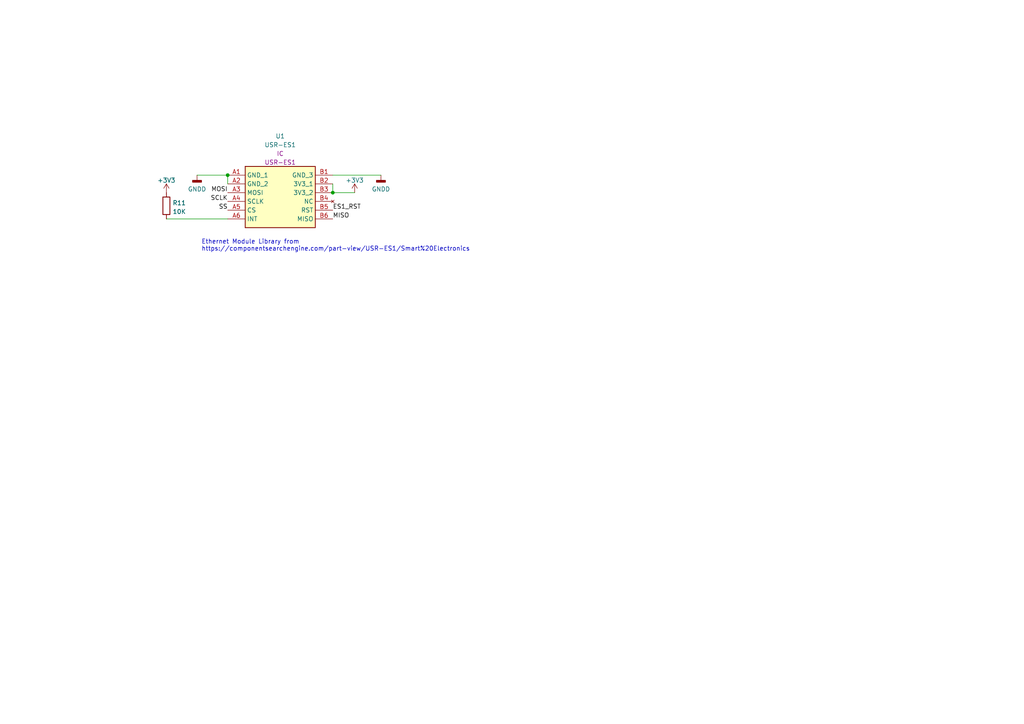
<source format=kicad_sch>
(kicad_sch (version 20211123) (generator eeschema)
  (paper "A4")
  (lib_symbols
    (symbol "Device:R" (pin_numbers hide) (pin_names (offset 0))
      (property "Reference" "R" (at 2.032 0 90))
      (property "Value" "R" (at 0 0 90))
      (symbol "R_0_1"
        (rectangle (start -1.016 -2.54) (end 1.016 2.54) (stroke (width 0.254)))
      )
      (symbol "R_1_1"
        (pin passive line (at 0 3.81 270) (length 1.27) (name "~") (number "1"))
        (pin passive line (at 0 -3.81 90) (length 1.27) (name "~") (number "2"))
      )
    )
    (symbol "USR-ES1:USR-ES1"
      (property "Value" "USR-ES1" (at 0 0 0))
      (property "Reference_1" "IC" (at 26.67 7.62 0))
      (property "Value_1" "USR-ES1" (at 26.67 5.08 0))
      (symbol "USR-ES1_1_1"
        (rectangle (start 5.08 2.54) (end 25.4 -15.24) (stroke (width 0.254)) (fill (type background)))
        (pin passive line (at 0 0 0) (length 5.08) (name "GND_1") (number "A1"))
        (pin passive line (at 0 -2.54 0) (length 5.08) (name "GND_2") (number "A2"))
        (pin passive line (at 0 -5.08 0) (length 5.08) (name "MOSI") (number "A3"))
        (pin passive line (at 0 -7.62 0) (length 5.08) (name "SCLK") (number "A4"))
        (pin passive line (at 0 -10.16 0) (length 5.08) (name "CS") (number "A5"))
        (pin passive line (at 0 -12.7 0) (length 5.08) (name "INT") (number "A6"))
        (pin passive line (at 30.48 0 180) (length 5.08) (name "GND_3") (number "B1"))
        (pin passive line (at 30.48 -2.54 180) (length 5.08) (name "3V3_1") (number "B2"))
        (pin passive line (at 30.48 -5.08 180) (length 5.08) (name "3V3_2") (number "B3"))
        (pin no_connect line (at 30.48 -7.62 180) (length 5.08) (name "NC") (number "B4"))
        (pin passive line (at 30.48 -10.16 180) (length 5.08) (name "RST") (number "B5"))
        (pin passive line (at 30.48 -12.7 180) (length 5.08) (name "MISO") (number "B6"))
      )
    )
    (symbol "power:+3V3" (power) (pin_names (offset 0))
      (property "Value" "+3V3" (at 0 3.556 0))
      (symbol "+3V3_0_1"
        (polyline (pts (xy -0.762 1.27) (xy 0 2.54)))
        (polyline (pts (xy 0 0) (xy 0 2.54)))
        (polyline (pts (xy 0 2.54) (xy 0.762 1.27)))
      )
      (symbol "+3V3_1_1"
        (pin power_in line (at 0 0 90) (length 0) hide (name "+3V3") (number "1"))
      )
    )
    (symbol "power:GNDD" (power) (pin_names (offset 0))
      (property "Value" "GNDD" (at 0 -3.175 0))
      (symbol "GNDD_0_1"
        (rectangle (start -1.27 -1.524) (end 1.27 -2.032) (stroke (width 0.254)) (fill (type outline)))
        (polyline (pts (xy 0 0) (xy 0 -1.524)))
      )
      (symbol "GNDD_1_1"
        (pin power_in line (at 0 0 270) (length 0) hide (name "GNDD") (number "1"))
      )
    )
  )
  (junction (at 66.04 50.8))
  (junction (at 96.52 55.88))
  (wire (pts (xy 96.52 50.8) (xy 110.49 50.8)))
  (wire (pts (xy 66.04 50.8) (xy 66.04 53.34)))
  (wire (pts (xy 96.52 55.88) (xy 102.87 55.88)))
  (wire (pts (xy 96.52 53.34) (xy 96.52 55.88)))
  (wire (pts (xy 57.15 50.8) (xy 66.04 50.8)))
  (wire (pts (xy 48.26 63.5) (xy 66.04 63.5)))
  (text "Ethernet Module Library from \nhttps://componentsearchengine.com/part-view/USR-ES1/Smart%20Electronics" (at 58.42 73.025 0) (effects (font (size 1.27 1.27)) (justify left bottom)))
  (label "ES1_RST" (at 96.52 60.96 0))
  (label "MISO" (at 96.52 63.5 0))
  (label "SS" (at 66.04 60.96 180))
  (label "MOSI" (at 66.04 55.88 180))
  (label "SCLK" (at 66.04 58.42 180))
  (symbol (lib_id "power:GNDD") (at 57.15 50.8 0) (unit 1)
    (property "Reference" "#PWR014" (effects hide))
    (property "Value" "GNDDD" (at 57.15 54.8624 0))
  )
  (symbol (lib_id "Device:R") (at 48.26 59.69 0) (unit 1)
    (property "Reference" "R11" (at 50.038 58.8553 0) (effects (justify left)))
    (property "Value" "10K" (at 50.038 61.3922 0) (effects (justify left)))
    (property "Footprint" "PT_Library_v001:PT_R_Axial_DIN0204_L3.6mm_D1.6mm_P2.54mm_Vertical" (effects hide))
  )
  (symbol (lib_id "power:+3V3") (at 102.87 55.88 0) (unit 1)
    (property "Reference" "#PWR015" (effects hide))
    (property "Value" "+3V3" (at 102.87 52.3042 0))
  )
  (symbol (lib_id "power:+3V3") (at 48.26 55.88 0) (unit 1)
    (property "Reference" "#PWR013" (effects hide))
    (property "Value" "+3V3" (at 48.26 52.3042 0))
  )
  (symbol (lib_id "power:GNDD") (at 110.49 50.8 0) (unit 1)
    (property "Reference" "#PWR016" (effects hide))
    (property "Value" "GNDDD" (at 110.49 54.8624 0))
  )
  (symbol (lib_id "USR-ES1:USR-ES1") (at 66.04 50.8 0) (unit 1)
    (property "Reference" "U1" (at 81.28 39.4864 0))
    (property "Value" "USR-ES1" (at 81.28 42.0233 0))
    (property "Footprint" "USR-ES1:USRES1" (effects hide))
    (property "Reference_1" "IC" (at 81.28 44.5602 0))
    (property "Value_1" "USR-ES1" (at 81.28 47.0971 0))
    (property "Footprint_1" "USRES1" (effects hide))
    (property "Datasheet_1" "https://www.aliexpress.com/item/Free-Shipping-USR-ES1-W5500-Chip-New-SPI-to-LAN-Ethernet-Converter-TCP-IP-Mod/32714438223.html?spm=a2g0s.9042311.0.0.27424c4dBBEz2G" (effects hide))
    (property "Height" "3" (effects hide))
    (property "Manufacturer_Name" "Smart Electronics" (effects hide))
    (property "Manufacturer_Part_Number" "USR-ES1" (effects hide))
  )
)
</source>
